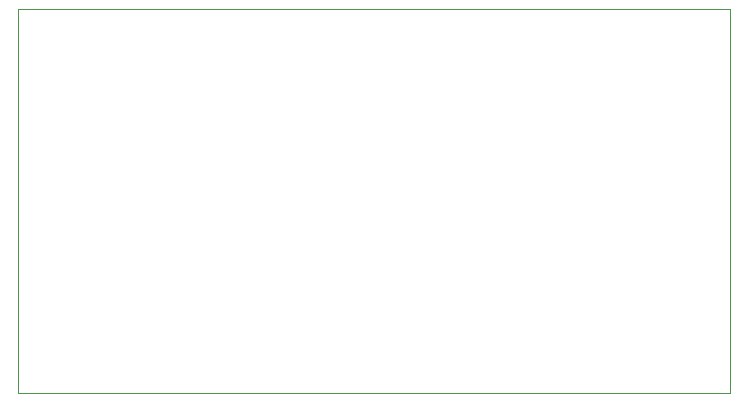
<source format=gbr>
G04 #@! TF.GenerationSoftware,KiCad,Pcbnew,6.0.0-rc1-unknown-ef6f7e9~66~ubuntu16.04.1*
G04 #@! TF.CreationDate,2019-01-29T21:41:32+01:00*
G04 #@! TF.ProjectId,roboy_hand_connector_pcb,726F626F795F68616E645F636F6E6E65,rev?*
G04 #@! TF.SameCoordinates,Original*
G04 #@! TF.FileFunction,Profile,NP*
%FSLAX46Y46*%
G04 Gerber Fmt 4.6, Leading zero omitted, Abs format (unit mm)*
G04 Created by KiCad (PCBNEW 6.0.0-rc1-unknown-ef6f7e9~66~ubuntu16.04.1) date Tue Jan 29 21:41:32 2019*
%MOMM*%
%LPD*%
G01*
G04 APERTURE LIST*
%ADD10C,0.050000*%
G04 APERTURE END LIST*
D10*
X191750000Y-75000000D02*
X186250000Y-75000000D01*
X191750000Y-107500000D02*
X191750000Y-75000000D01*
X186250000Y-107500000D02*
X191750000Y-107500000D01*
X131500000Y-77000000D02*
X131500000Y-75000000D01*
X131500000Y-107500000D02*
X131500000Y-77000000D01*
X186250000Y-107500000D02*
X131500000Y-107500000D01*
X131500000Y-75000000D02*
X186250000Y-75000000D01*
M02*

</source>
